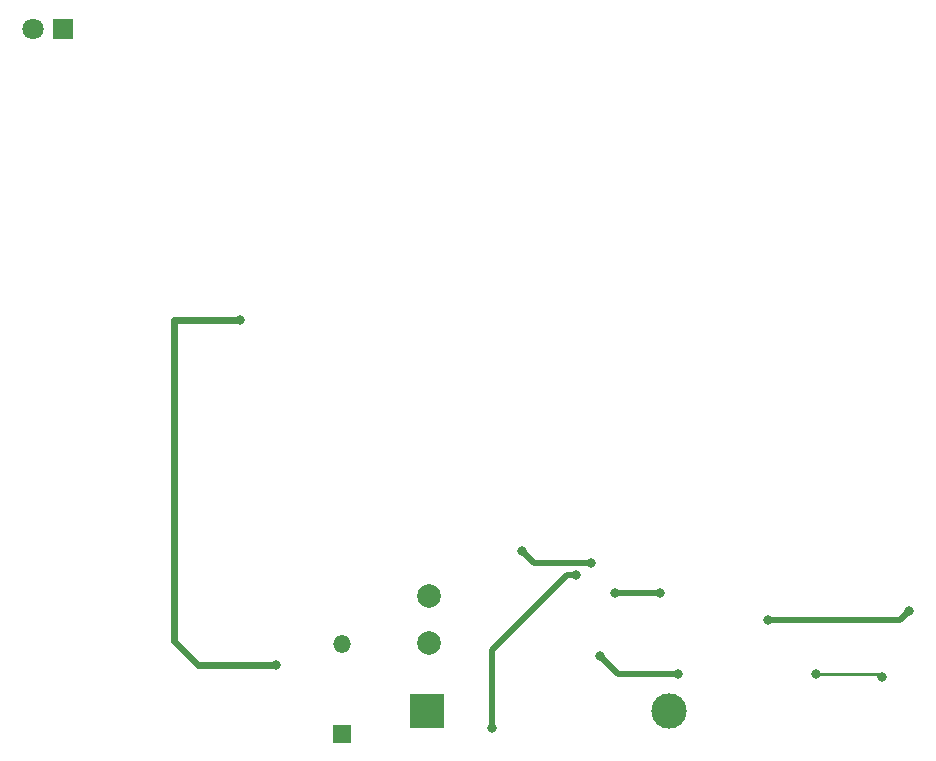
<source format=gbr>
%TF.GenerationSoftware,KiCad,Pcbnew,(5.99.0-11498-g1a301d8eea)*%
%TF.CreationDate,2021-09-08T01:16:22+03:00*%
%TF.ProjectId,f,662e6b69-6361-4645-9f70-636258585858,rev?*%
%TF.SameCoordinates,Original*%
%TF.FileFunction,Copper,L2,Bot*%
%TF.FilePolarity,Positive*%
%FSLAX46Y46*%
G04 Gerber Fmt 4.6, Leading zero omitted, Abs format (unit mm)*
G04 Created by KiCad (PCBNEW (5.99.0-11498-g1a301d8eea)) date 2021-09-08 01:16:22*
%MOMM*%
%LPD*%
G01*
G04 APERTURE LIST*
%TA.AperFunction,ComponentPad*%
%ADD10C,3.000000*%
%TD*%
%TA.AperFunction,ComponentPad*%
%ADD11R,3.000000X3.000000*%
%TD*%
%TA.AperFunction,ComponentPad*%
%ADD12R,1.800000X1.800000*%
%TD*%
%TA.AperFunction,ComponentPad*%
%ADD13C,1.800000*%
%TD*%
%TA.AperFunction,ComponentPad*%
%ADD14R,1.500000X1.500000*%
%TD*%
%TA.AperFunction,ComponentPad*%
%ADD15O,1.500000X1.500000*%
%TD*%
%TA.AperFunction,ComponentPad*%
%ADD16C,2.000000*%
%TD*%
%TA.AperFunction,ViaPad*%
%ADD17C,0.800000*%
%TD*%
%TA.AperFunction,Conductor*%
%ADD18C,0.480000*%
%TD*%
%TA.AperFunction,Conductor*%
%ADD19C,0.580000*%
%TD*%
%TA.AperFunction,Conductor*%
%ADD20C,0.250000*%
%TD*%
G04 APERTURE END LIST*
D10*
%TO.P,BT1,2,-*%
%TO.N,BAT-*%
X120946859Y-105768725D03*
D11*
%TO.P,BT1,1,+*%
%TO.N,BOOST*%
X100456859Y-105768725D03*
%TD*%
D12*
%TO.P,D4,1,K*%
%TO.N,BAT-*%
X69596000Y-48006000D03*
D13*
%TO.P,D4,2,A*%
%TO.N,Net-(D4-Pad2)*%
X67056000Y-48006000D03*
%TD*%
D14*
%TO.P,D3,1,K*%
%TO.N,5OT*%
X93218000Y-107696000D03*
D15*
%TO.P,D3,2,A*%
%TO.N,Net-(D3-Pad2)*%
X93218000Y-100076000D03*
%TD*%
D16*
%TO.P,L1,1*%
%TO.N,Net-(D3-Pad2)*%
X100584000Y-96012000D03*
%TO.P,L1,2*%
%TO.N,BOOST*%
X100584000Y-100012000D03*
%TD*%
D17*
%TO.N,BAT-*%
X87630000Y-101854000D03*
X84582000Y-72644000D03*
%TO.N,Net-(C1-Pad1)*%
X138938000Y-102870000D03*
X133350000Y-102616000D03*
%TO.N,Net-(D3-Pad2)*%
X108458000Y-92202000D03*
X114300000Y-93218000D03*
%TO.N,5OT*%
X105918000Y-107188000D03*
X113030000Y-94234000D03*
%TO.N,BAT-*%
X115062000Y-101092000D03*
X121666000Y-102616000D03*
%TO.N,BOOST*%
X129286000Y-98044000D03*
X141224000Y-97282000D03*
%TO.N,5OT*%
X120142000Y-95758000D03*
X116332000Y-95758000D03*
%TD*%
D18*
%TO.N,5OT*%
X105918000Y-100584000D02*
X105918000Y-107188000D01*
X112268000Y-94234000D02*
X105918000Y-100584000D01*
X113030000Y-94234000D02*
X112268000Y-94234000D01*
D19*
%TO.N,BAT-*%
X78994000Y-99822000D02*
X81026000Y-101854000D01*
X81026000Y-101854000D02*
X87630000Y-101854000D01*
X84582000Y-72644000D02*
X78994000Y-72644000D01*
X78994000Y-72644000D02*
X78994000Y-99822000D01*
D20*
%TO.N,Net-(C1-Pad1)*%
X138684000Y-102616000D02*
X138938000Y-102870000D01*
X133350000Y-102616000D02*
X138684000Y-102616000D01*
D18*
%TO.N,Net-(D3-Pad2)*%
X109474000Y-93218000D02*
X114300000Y-93218000D01*
X108458000Y-92202000D02*
X109474000Y-93218000D01*
%TO.N,BAT-*%
X116586000Y-102616000D02*
X121666000Y-102616000D01*
X115062000Y-101092000D02*
X116586000Y-102616000D01*
%TO.N,BOOST*%
X140462000Y-98044000D02*
X129286000Y-98044000D01*
X141224000Y-97282000D02*
X140462000Y-98044000D01*
%TO.N,5OT*%
X116332000Y-95758000D02*
X120142000Y-95758000D01*
%TD*%
M02*

</source>
